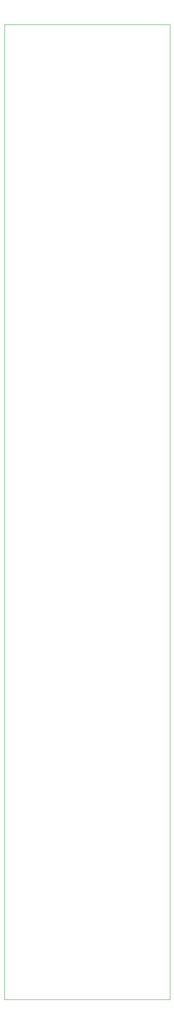
<source format=gbr>
%TF.GenerationSoftware,KiCad,Pcbnew,9.0.3*%
%TF.CreationDate,2026-02-21T11:18:13+01:00*%
%TF.ProjectId,Channel,4368616e-6e65-46c2-9e6b-696361645f70,rev?*%
%TF.SameCoordinates,Original*%
%TF.FileFunction,Profile,NP*%
%FSLAX46Y46*%
G04 Gerber Fmt 4.6, Leading zero omitted, Abs format (unit mm)*
G04 Created by KiCad (PCBNEW 9.0.3) date 2026-02-21 11:18:14*
%MOMM*%
%LPD*%
G01*
G04 APERTURE LIST*
%TA.AperFunction,Profile*%
%ADD10C,0.050000*%
%TD*%
G04 APERTURE END LIST*
D10*
X50000000Y-33075000D02*
X84500000Y-33075000D01*
X84500000Y-235075000D01*
X50000000Y-235075000D01*
X50000000Y-33075000D01*
M02*

</source>
